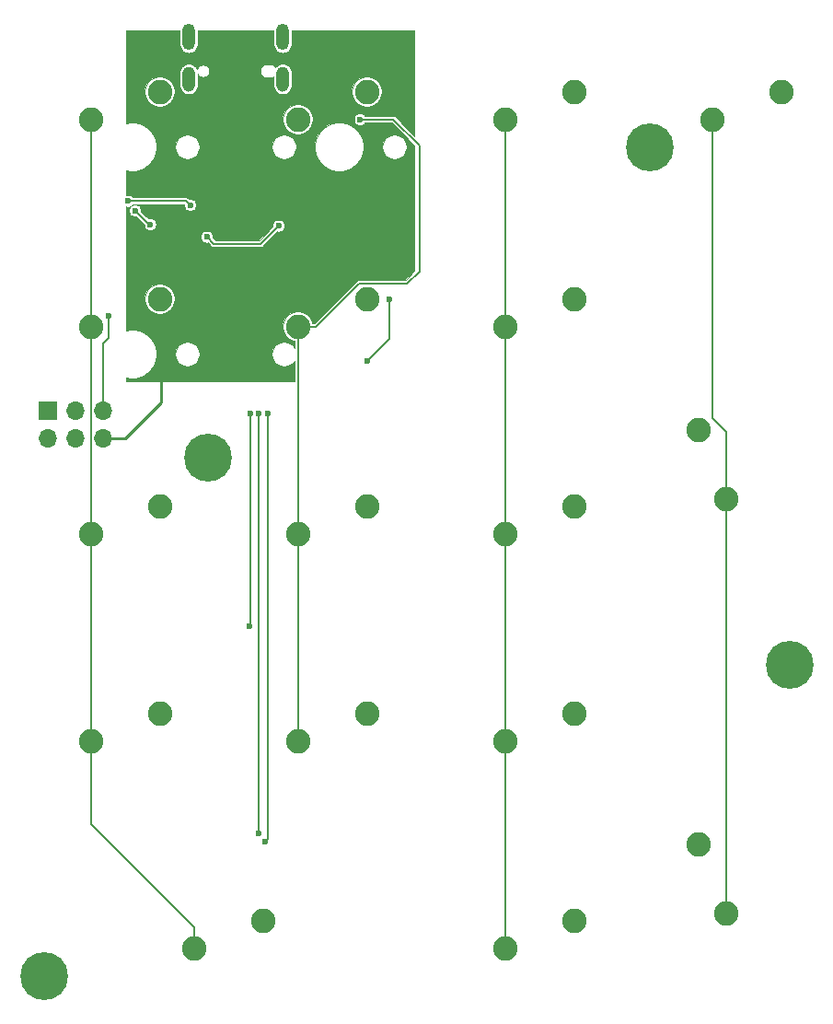
<source format=gtl>
G04 #@! TF.GenerationSoftware,KiCad,Pcbnew,(5.1.4-0-10_14)*
G04 #@! TF.CreationDate,2020-10-24T19:39:48+11:00*
G04 #@! TF.ProjectId,Numpad,4e756d70-6164-42e6-9b69-6361645f7063,rev?*
G04 #@! TF.SameCoordinates,Original*
G04 #@! TF.FileFunction,Copper,L1,Top*
G04 #@! TF.FilePolarity,Positive*
%FSLAX46Y46*%
G04 Gerber Fmt 4.6, Leading zero omitted, Abs format (unit mm)*
G04 Created by KiCad (PCBNEW (5.1.4-0-10_14)) date 2020-10-24 19:39:48*
%MOMM*%
%LPD*%
G04 APERTURE LIST*
%ADD10C,4.400000*%
%ADD11O,1.200000X2.400000*%
%ADD12O,1.158000X2.316000*%
%ADD13O,1.700000X1.700000*%
%ADD14R,1.700000X1.700000*%
%ADD15C,2.250000*%
%ADD16C,0.600000*%
%ADD17C,0.127000*%
%ADD18C,0.254000*%
%ADD19C,0.100000*%
G04 APERTURE END LIST*
D10*
X152527000Y-101600000D03*
X83947000Y-130175000D03*
X139700000Y-53975000D03*
X99060000Y-82550000D03*
D11*
X105920000Y-43890000D03*
X97280000Y-43890000D03*
D12*
X105920000Y-47715000D03*
X97280000Y-47715000D03*
D13*
X89408000Y-80772000D03*
X89408000Y-78232000D03*
X86868000Y-80772000D03*
X86868000Y-78232000D03*
X84328000Y-80772000D03*
D14*
X84328000Y-78232000D03*
D15*
X113665000Y-67945000D03*
X107315000Y-70485000D03*
X94615000Y-48895000D03*
X88265000Y-51435000D03*
X113665000Y-48895000D03*
X107315000Y-51435000D03*
X132715000Y-125095000D03*
X126365000Y-127635000D03*
X104140000Y-125095000D03*
X97790000Y-127635000D03*
X144145000Y-118110000D03*
X146685000Y-124460000D03*
X132715000Y-106045000D03*
X126365000Y-108585000D03*
X113665000Y-106045000D03*
X107315000Y-108585000D03*
X94615000Y-106045000D03*
X88265000Y-108585000D03*
X132715000Y-86995000D03*
X126365000Y-89535000D03*
X113665000Y-86995000D03*
X107315000Y-89535000D03*
X94615000Y-86995000D03*
X88265000Y-89535000D03*
X144145000Y-80010000D03*
X146685000Y-86360000D03*
X132715000Y-67945000D03*
X126365000Y-70485000D03*
X94615000Y-67945000D03*
X88265000Y-70485000D03*
X151765000Y-48895000D03*
X145415000Y-51435000D03*
X132715000Y-48895000D03*
X126365000Y-51435000D03*
D16*
X98933000Y-62230000D03*
X105537000Y-61214000D03*
X91694000Y-58928000D03*
X97409000Y-59309000D03*
X113665000Y-73660000D03*
X115697000Y-67945000D03*
X102933500Y-78486000D03*
X102869998Y-98043000D03*
X103695500Y-117094000D03*
X103733600Y-78486000D03*
X104330500Y-117856000D03*
X104546400Y-78486000D03*
X113030004Y-51435000D03*
X107569000Y-63754000D03*
X110998000Y-59817000D03*
X116205000Y-59817000D03*
X116205000Y-65532000D03*
X110998000Y-65532000D03*
X116205000Y-62484000D03*
X110998000Y-62484000D03*
X91948000Y-66929000D03*
X108839000Y-57404000D03*
X108839000Y-58928000D03*
X109601000Y-63754000D03*
X101219000Y-74041000D03*
X101346000Y-62103000D03*
X91948000Y-69088000D03*
X104902000Y-50927000D03*
X98171000Y-49149000D03*
X100584000Y-52705000D03*
X100584000Y-57150002D03*
X101473000Y-54610000D03*
X92329000Y-59817004D03*
X89916000Y-69469000D03*
X93726000Y-61086992D03*
D17*
X103886000Y-62865000D02*
X105537000Y-61214000D01*
X99568000Y-62865000D02*
X103886000Y-62865000D01*
X98933000Y-62230000D02*
X99568000Y-62865000D01*
X91694000Y-58928000D02*
X97028000Y-58928000D01*
X97028000Y-58928000D02*
X97409000Y-59309000D01*
X115697000Y-71628000D02*
X113665000Y-73660000D01*
X115697000Y-67945000D02*
X115697000Y-71628000D01*
X102933500Y-97979498D02*
X102869998Y-98043000D01*
X102933500Y-78486000D02*
X102933500Y-97979498D01*
X103695484Y-117093984D02*
X103695500Y-117094000D01*
X103695500Y-78524100D02*
X103733600Y-78486000D01*
X103695500Y-117094000D02*
X103695500Y-78524100D01*
X104546400Y-117640100D02*
X104330500Y-117856000D01*
X104546400Y-78486000D02*
X104546400Y-117640100D01*
X88265000Y-51435000D02*
X88265000Y-70485000D01*
X88265000Y-70485000D02*
X88265000Y-89535000D01*
X88265000Y-89535000D02*
X88265000Y-108585000D01*
X88265000Y-108585000D02*
X88265000Y-116205000D01*
X97790000Y-125730000D02*
X97790000Y-127635000D01*
X88265000Y-116205000D02*
X97790000Y-125730000D01*
X107315000Y-70485000D02*
X107315000Y-89535000D01*
X107315000Y-89535000D02*
X107315000Y-108585000D01*
X116078000Y-51435000D02*
X113030004Y-51435000D01*
X118491000Y-53848000D02*
X116078000Y-51435000D01*
X117348000Y-66548000D02*
X118491000Y-65405000D01*
X112903000Y-66548000D02*
X117348000Y-66548000D01*
X108966000Y-70485000D02*
X112903000Y-66548000D01*
X118491000Y-65405000D02*
X118491000Y-53848000D01*
X108966000Y-70485000D02*
X107315000Y-70485000D01*
X126365000Y-51435000D02*
X126365000Y-70485000D01*
X126365000Y-70485000D02*
X126365000Y-89535000D01*
X126365000Y-108585000D02*
X126365000Y-89535000D01*
X126365000Y-108585000D02*
X126365000Y-127635000D01*
X146685000Y-80137000D02*
X146685000Y-86360000D01*
X145415000Y-78867000D02*
X146685000Y-80137000D01*
X145415000Y-51435000D02*
X145415000Y-78867000D01*
X146685000Y-124460000D02*
X146685000Y-86360000D01*
D18*
X89408000Y-80772000D02*
X91440000Y-80772000D01*
X91440000Y-80772000D02*
X94742000Y-77470000D01*
X94742000Y-77470000D02*
X94742000Y-74676000D01*
X91948000Y-66929000D02*
X91948000Y-69088000D01*
D17*
X89408000Y-78232000D02*
X89408000Y-72009000D01*
X89916000Y-71501000D02*
X89916000Y-69469000D01*
X89408000Y-72009000D02*
X89916000Y-71501000D01*
X93598988Y-61086992D02*
X93726000Y-61086992D01*
X92329000Y-59817004D02*
X93598988Y-61086992D01*
D19*
G36*
X96430000Y-43248252D02*
G01*
X96430001Y-44531749D01*
X96442301Y-44656629D01*
X96490904Y-44816855D01*
X96569833Y-44964519D01*
X96676053Y-45093948D01*
X96805482Y-45200168D01*
X96953146Y-45279097D01*
X97113372Y-45327700D01*
X97280000Y-45344112D01*
X97446629Y-45327700D01*
X97606855Y-45279097D01*
X97754519Y-45200168D01*
X97883948Y-45093948D01*
X97990168Y-44964519D01*
X98069097Y-44816855D01*
X98117700Y-44656629D01*
X98130000Y-44531749D01*
X98130000Y-43248251D01*
X98128202Y-43230000D01*
X105071798Y-43230000D01*
X105070000Y-43248252D01*
X105070001Y-44531749D01*
X105082301Y-44656629D01*
X105130904Y-44816855D01*
X105209833Y-44964519D01*
X105316053Y-45093948D01*
X105445482Y-45200168D01*
X105593146Y-45279097D01*
X105753372Y-45327700D01*
X105920000Y-45344112D01*
X106086629Y-45327700D01*
X106246855Y-45279097D01*
X106394519Y-45200168D01*
X106523948Y-45093948D01*
X106630168Y-44964519D01*
X106709097Y-44816855D01*
X106757700Y-44656629D01*
X106770000Y-44531749D01*
X106770000Y-43248251D01*
X106768202Y-43230000D01*
X118060000Y-43230000D01*
X118060000Y-52973644D01*
X116310567Y-51224212D01*
X116300750Y-51212250D01*
X116253014Y-51173074D01*
X116198551Y-51143963D01*
X116139457Y-51126037D01*
X116093392Y-51121500D01*
X116078000Y-51119984D01*
X116062608Y-51121500D01*
X113482009Y-51121500D01*
X113457217Y-51084396D01*
X113380608Y-51007787D01*
X113290527Y-50947597D01*
X113190433Y-50906136D01*
X113084174Y-50885000D01*
X112975834Y-50885000D01*
X112869575Y-50906136D01*
X112769481Y-50947597D01*
X112679400Y-51007787D01*
X112602791Y-51084396D01*
X112542601Y-51174477D01*
X112501140Y-51274571D01*
X112480004Y-51380830D01*
X112480004Y-51489170D01*
X112501140Y-51595429D01*
X112542601Y-51695523D01*
X112602791Y-51785604D01*
X112679400Y-51862213D01*
X112769481Y-51922403D01*
X112869575Y-51963864D01*
X112975834Y-51985000D01*
X113084174Y-51985000D01*
X113190433Y-51963864D01*
X113290527Y-51922403D01*
X113380608Y-51862213D01*
X113457217Y-51785604D01*
X113482009Y-51748500D01*
X115948145Y-51748500D01*
X118060000Y-53860356D01*
X118060000Y-65392644D01*
X117218145Y-66234500D01*
X112918392Y-66234500D01*
X112903000Y-66232984D01*
X112887608Y-66234500D01*
X112841543Y-66239037D01*
X112782449Y-66256963D01*
X112727986Y-66286074D01*
X112680250Y-66325250D01*
X112670438Y-66337206D01*
X108836145Y-70171500D01*
X108654579Y-70171500D01*
X108637159Y-70083927D01*
X108533509Y-69833693D01*
X108383032Y-69608489D01*
X108191511Y-69416968D01*
X107966307Y-69266491D01*
X107716073Y-69162841D01*
X107450426Y-69110000D01*
X107179574Y-69110000D01*
X106913927Y-69162841D01*
X106663693Y-69266491D01*
X106438489Y-69416968D01*
X106246968Y-69608489D01*
X106096491Y-69833693D01*
X105992841Y-70083927D01*
X105940000Y-70349574D01*
X105940000Y-70620426D01*
X105992841Y-70886073D01*
X106096491Y-71136307D01*
X106246968Y-71361511D01*
X106438489Y-71553032D01*
X106663693Y-71703509D01*
X106913927Y-71807159D01*
X107001500Y-71824579D01*
X107001500Y-72431558D01*
X106918844Y-72307855D01*
X106762145Y-72151156D01*
X106577887Y-72028038D01*
X106373150Y-71943233D01*
X106155803Y-71900000D01*
X105934197Y-71900000D01*
X105716850Y-71943233D01*
X105512113Y-72028038D01*
X105327855Y-72151156D01*
X105171156Y-72307855D01*
X105048038Y-72492113D01*
X104963233Y-72696850D01*
X104920000Y-72914197D01*
X104920000Y-73135803D01*
X104963233Y-73353150D01*
X105048038Y-73557887D01*
X105171156Y-73742145D01*
X105327855Y-73898844D01*
X105512113Y-74021962D01*
X105716850Y-74106767D01*
X105934197Y-74150000D01*
X106155803Y-74150000D01*
X106373150Y-74106767D01*
X106577887Y-74021962D01*
X106762145Y-73898844D01*
X106918844Y-73742145D01*
X107001500Y-73618442D01*
X107001500Y-75515000D01*
X91490000Y-75515000D01*
X91490000Y-75196497D01*
X91853995Y-75268900D01*
X92296005Y-75268900D01*
X92729521Y-75182668D01*
X93137885Y-75013518D01*
X93505403Y-74767951D01*
X93817951Y-74455403D01*
X94063518Y-74087885D01*
X94232668Y-73679521D01*
X94318900Y-73246005D01*
X94318900Y-72914197D01*
X96030000Y-72914197D01*
X96030000Y-73135803D01*
X96073233Y-73353150D01*
X96158038Y-73557887D01*
X96281156Y-73742145D01*
X96437855Y-73898844D01*
X96622113Y-74021962D01*
X96826850Y-74106767D01*
X97044197Y-74150000D01*
X97265803Y-74150000D01*
X97483150Y-74106767D01*
X97687887Y-74021962D01*
X97872145Y-73898844D01*
X98028844Y-73742145D01*
X98151962Y-73557887D01*
X98236767Y-73353150D01*
X98280000Y-73135803D01*
X98280000Y-72914197D01*
X98236767Y-72696850D01*
X98151962Y-72492113D01*
X98028844Y-72307855D01*
X97872145Y-72151156D01*
X97687887Y-72028038D01*
X97483150Y-71943233D01*
X97265803Y-71900000D01*
X97044197Y-71900000D01*
X96826850Y-71943233D01*
X96622113Y-72028038D01*
X96437855Y-72151156D01*
X96281156Y-72307855D01*
X96158038Y-72492113D01*
X96073233Y-72696850D01*
X96030000Y-72914197D01*
X94318900Y-72914197D01*
X94318900Y-72803995D01*
X94232668Y-72370479D01*
X94063518Y-71962115D01*
X93817951Y-71594597D01*
X93505403Y-71282049D01*
X93137885Y-71036482D01*
X92729521Y-70867332D01*
X92296005Y-70781100D01*
X91853995Y-70781100D01*
X91490000Y-70853503D01*
X91490000Y-67809574D01*
X93240000Y-67809574D01*
X93240000Y-68080426D01*
X93292841Y-68346073D01*
X93396491Y-68596307D01*
X93546968Y-68821511D01*
X93738489Y-69013032D01*
X93963693Y-69163509D01*
X94213927Y-69267159D01*
X94479574Y-69320000D01*
X94750426Y-69320000D01*
X95016073Y-69267159D01*
X95266307Y-69163509D01*
X95491511Y-69013032D01*
X95683032Y-68821511D01*
X95833509Y-68596307D01*
X95937159Y-68346073D01*
X95990000Y-68080426D01*
X95990000Y-67809574D01*
X95937159Y-67543927D01*
X95833509Y-67293693D01*
X95683032Y-67068489D01*
X95491511Y-66876968D01*
X95266307Y-66726491D01*
X95016073Y-66622841D01*
X94750426Y-66570000D01*
X94479574Y-66570000D01*
X94213927Y-66622841D01*
X93963693Y-66726491D01*
X93738489Y-66876968D01*
X93546968Y-67068489D01*
X93396491Y-67293693D01*
X93292841Y-67543927D01*
X93240000Y-67809574D01*
X91490000Y-67809574D01*
X91490000Y-62175830D01*
X98383000Y-62175830D01*
X98383000Y-62284170D01*
X98404136Y-62390429D01*
X98445597Y-62490523D01*
X98505787Y-62580604D01*
X98582396Y-62657213D01*
X98672477Y-62717403D01*
X98772571Y-62758864D01*
X98878830Y-62780000D01*
X98987170Y-62780000D01*
X99030938Y-62771294D01*
X99335438Y-63075794D01*
X99345250Y-63087750D01*
X99392986Y-63126926D01*
X99447449Y-63156037D01*
X99506543Y-63173963D01*
X99552608Y-63178500D01*
X99568000Y-63180016D01*
X99583392Y-63178500D01*
X103870608Y-63178500D01*
X103886000Y-63180016D01*
X103901392Y-63178500D01*
X103947457Y-63173963D01*
X104006551Y-63156037D01*
X104061014Y-63126926D01*
X104108750Y-63087750D01*
X104118567Y-63075788D01*
X105439062Y-61755294D01*
X105482830Y-61764000D01*
X105591170Y-61764000D01*
X105697429Y-61742864D01*
X105797523Y-61701403D01*
X105887604Y-61641213D01*
X105964213Y-61564604D01*
X106024403Y-61474523D01*
X106065864Y-61374429D01*
X106087000Y-61268170D01*
X106087000Y-61159830D01*
X106065864Y-61053571D01*
X106024403Y-60953477D01*
X105964213Y-60863396D01*
X105887604Y-60786787D01*
X105797523Y-60726597D01*
X105697429Y-60685136D01*
X105591170Y-60664000D01*
X105482830Y-60664000D01*
X105376571Y-60685136D01*
X105276477Y-60726597D01*
X105186396Y-60786787D01*
X105109787Y-60863396D01*
X105049597Y-60953477D01*
X105008136Y-61053571D01*
X104987000Y-61159830D01*
X104987000Y-61268170D01*
X104995706Y-61311938D01*
X103756145Y-62551500D01*
X99697856Y-62551500D01*
X99474294Y-62327938D01*
X99483000Y-62284170D01*
X99483000Y-62175830D01*
X99461864Y-62069571D01*
X99420403Y-61969477D01*
X99360213Y-61879396D01*
X99283604Y-61802787D01*
X99193523Y-61742597D01*
X99093429Y-61701136D01*
X98987170Y-61680000D01*
X98878830Y-61680000D01*
X98772571Y-61701136D01*
X98672477Y-61742597D01*
X98582396Y-61802787D01*
X98505787Y-61879396D01*
X98445597Y-61969477D01*
X98404136Y-62069571D01*
X98383000Y-62175830D01*
X91490000Y-62175830D01*
X91490000Y-59438816D01*
X91533571Y-59456864D01*
X91639830Y-59478000D01*
X91748170Y-59478000D01*
X91854429Y-59456864D01*
X91951554Y-59416633D01*
X91901787Y-59466400D01*
X91841597Y-59556481D01*
X91800136Y-59656575D01*
X91779000Y-59762834D01*
X91779000Y-59871174D01*
X91800136Y-59977433D01*
X91841597Y-60077527D01*
X91901787Y-60167608D01*
X91978396Y-60244217D01*
X92068477Y-60304407D01*
X92168571Y-60345868D01*
X92274830Y-60367004D01*
X92383170Y-60367004D01*
X92426939Y-60358298D01*
X93176000Y-61107360D01*
X93176000Y-61141162D01*
X93197136Y-61247421D01*
X93238597Y-61347515D01*
X93298787Y-61437596D01*
X93375396Y-61514205D01*
X93465477Y-61574395D01*
X93565571Y-61615856D01*
X93671830Y-61636992D01*
X93780170Y-61636992D01*
X93886429Y-61615856D01*
X93986523Y-61574395D01*
X94076604Y-61514205D01*
X94153213Y-61437596D01*
X94213403Y-61347515D01*
X94254864Y-61247421D01*
X94276000Y-61141162D01*
X94276000Y-61032822D01*
X94254864Y-60926563D01*
X94213403Y-60826469D01*
X94153213Y-60736388D01*
X94076604Y-60659779D01*
X93986523Y-60599589D01*
X93886429Y-60558128D01*
X93780170Y-60536992D01*
X93671830Y-60536992D01*
X93565571Y-60558128D01*
X93528737Y-60573385D01*
X92870294Y-59914943D01*
X92879000Y-59871174D01*
X92879000Y-59762834D01*
X92857864Y-59656575D01*
X92816403Y-59556481D01*
X92756213Y-59466400D01*
X92679604Y-59389791D01*
X92589523Y-59329601D01*
X92489429Y-59288140D01*
X92383170Y-59267004D01*
X92274830Y-59267004D01*
X92168571Y-59288140D01*
X92071446Y-59328371D01*
X92121213Y-59278604D01*
X92146005Y-59241500D01*
X96861651Y-59241500D01*
X96859000Y-59254830D01*
X96859000Y-59363170D01*
X96880136Y-59469429D01*
X96921597Y-59569523D01*
X96981787Y-59659604D01*
X97058396Y-59736213D01*
X97148477Y-59796403D01*
X97248571Y-59837864D01*
X97354830Y-59859000D01*
X97463170Y-59859000D01*
X97569429Y-59837864D01*
X97669523Y-59796403D01*
X97759604Y-59736213D01*
X97836213Y-59659604D01*
X97896403Y-59569523D01*
X97937864Y-59469429D01*
X97959000Y-59363170D01*
X97959000Y-59254830D01*
X97937864Y-59148571D01*
X97896403Y-59048477D01*
X97836213Y-58958396D01*
X97759604Y-58881787D01*
X97669523Y-58821597D01*
X97569429Y-58780136D01*
X97463170Y-58759000D01*
X97354830Y-58759000D01*
X97311061Y-58767706D01*
X97260567Y-58717212D01*
X97250750Y-58705250D01*
X97203014Y-58666074D01*
X97148551Y-58636963D01*
X97089457Y-58619037D01*
X97043392Y-58614500D01*
X97028000Y-58612984D01*
X97012608Y-58614500D01*
X92146005Y-58614500D01*
X92121213Y-58577396D01*
X92044604Y-58500787D01*
X91954523Y-58440597D01*
X91854429Y-58399136D01*
X91748170Y-58378000D01*
X91639830Y-58378000D01*
X91533571Y-58399136D01*
X91490000Y-58417184D01*
X91490000Y-56146497D01*
X91853995Y-56218900D01*
X92296005Y-56218900D01*
X92729521Y-56132668D01*
X93137885Y-55963518D01*
X93505403Y-55717951D01*
X93817951Y-55405403D01*
X94063518Y-55037885D01*
X94232668Y-54629521D01*
X94318900Y-54196005D01*
X94318900Y-53864197D01*
X96030000Y-53864197D01*
X96030000Y-54085803D01*
X96073233Y-54303150D01*
X96158038Y-54507887D01*
X96281156Y-54692145D01*
X96437855Y-54848844D01*
X96622113Y-54971962D01*
X96826850Y-55056767D01*
X97044197Y-55100000D01*
X97265803Y-55100000D01*
X97483150Y-55056767D01*
X97687887Y-54971962D01*
X97872145Y-54848844D01*
X98028844Y-54692145D01*
X98151962Y-54507887D01*
X98236767Y-54303150D01*
X98280000Y-54085803D01*
X98280000Y-53864197D01*
X104920000Y-53864197D01*
X104920000Y-54085803D01*
X104963233Y-54303150D01*
X105048038Y-54507887D01*
X105171156Y-54692145D01*
X105327855Y-54848844D01*
X105512113Y-54971962D01*
X105716850Y-55056767D01*
X105934197Y-55100000D01*
X106155803Y-55100000D01*
X106373150Y-55056767D01*
X106577887Y-54971962D01*
X106762145Y-54848844D01*
X106918844Y-54692145D01*
X107041962Y-54507887D01*
X107126767Y-54303150D01*
X107170000Y-54085803D01*
X107170000Y-53864197D01*
X107148080Y-53753995D01*
X108881100Y-53753995D01*
X108881100Y-54196005D01*
X108967332Y-54629521D01*
X109136482Y-55037885D01*
X109382049Y-55405403D01*
X109694597Y-55717951D01*
X110062115Y-55963518D01*
X110470479Y-56132668D01*
X110903995Y-56218900D01*
X111346005Y-56218900D01*
X111779521Y-56132668D01*
X112187885Y-55963518D01*
X112555403Y-55717951D01*
X112867951Y-55405403D01*
X113113518Y-55037885D01*
X113282668Y-54629521D01*
X113368900Y-54196005D01*
X113368900Y-53864197D01*
X115080000Y-53864197D01*
X115080000Y-54085803D01*
X115123233Y-54303150D01*
X115208038Y-54507887D01*
X115331156Y-54692145D01*
X115487855Y-54848844D01*
X115672113Y-54971962D01*
X115876850Y-55056767D01*
X116094197Y-55100000D01*
X116315803Y-55100000D01*
X116533150Y-55056767D01*
X116737887Y-54971962D01*
X116922145Y-54848844D01*
X117078844Y-54692145D01*
X117201962Y-54507887D01*
X117286767Y-54303150D01*
X117330000Y-54085803D01*
X117330000Y-53864197D01*
X117286767Y-53646850D01*
X117201962Y-53442113D01*
X117078844Y-53257855D01*
X116922145Y-53101156D01*
X116737887Y-52978038D01*
X116533150Y-52893233D01*
X116315803Y-52850000D01*
X116094197Y-52850000D01*
X115876850Y-52893233D01*
X115672113Y-52978038D01*
X115487855Y-53101156D01*
X115331156Y-53257855D01*
X115208038Y-53442113D01*
X115123233Y-53646850D01*
X115080000Y-53864197D01*
X113368900Y-53864197D01*
X113368900Y-53753995D01*
X113282668Y-53320479D01*
X113113518Y-52912115D01*
X112867951Y-52544597D01*
X112555403Y-52232049D01*
X112187885Y-51986482D01*
X111779521Y-51817332D01*
X111346005Y-51731100D01*
X110903995Y-51731100D01*
X110470479Y-51817332D01*
X110062115Y-51986482D01*
X109694597Y-52232049D01*
X109382049Y-52544597D01*
X109136482Y-52912115D01*
X108967332Y-53320479D01*
X108881100Y-53753995D01*
X107148080Y-53753995D01*
X107126767Y-53646850D01*
X107041962Y-53442113D01*
X106918844Y-53257855D01*
X106762145Y-53101156D01*
X106577887Y-52978038D01*
X106373150Y-52893233D01*
X106155803Y-52850000D01*
X105934197Y-52850000D01*
X105716850Y-52893233D01*
X105512113Y-52978038D01*
X105327855Y-53101156D01*
X105171156Y-53257855D01*
X105048038Y-53442113D01*
X104963233Y-53646850D01*
X104920000Y-53864197D01*
X98280000Y-53864197D01*
X98236767Y-53646850D01*
X98151962Y-53442113D01*
X98028844Y-53257855D01*
X97872145Y-53101156D01*
X97687887Y-52978038D01*
X97483150Y-52893233D01*
X97265803Y-52850000D01*
X97044197Y-52850000D01*
X96826850Y-52893233D01*
X96622113Y-52978038D01*
X96437855Y-53101156D01*
X96281156Y-53257855D01*
X96158038Y-53442113D01*
X96073233Y-53646850D01*
X96030000Y-53864197D01*
X94318900Y-53864197D01*
X94318900Y-53753995D01*
X94232668Y-53320479D01*
X94063518Y-52912115D01*
X93817951Y-52544597D01*
X93505403Y-52232049D01*
X93137885Y-51986482D01*
X92729521Y-51817332D01*
X92296005Y-51731100D01*
X91853995Y-51731100D01*
X91490000Y-51803503D01*
X91490000Y-51299574D01*
X105940000Y-51299574D01*
X105940000Y-51570426D01*
X105992841Y-51836073D01*
X106096491Y-52086307D01*
X106246968Y-52311511D01*
X106438489Y-52503032D01*
X106663693Y-52653509D01*
X106913927Y-52757159D01*
X107179574Y-52810000D01*
X107450426Y-52810000D01*
X107716073Y-52757159D01*
X107966307Y-52653509D01*
X108191511Y-52503032D01*
X108383032Y-52311511D01*
X108533509Y-52086307D01*
X108637159Y-51836073D01*
X108690000Y-51570426D01*
X108690000Y-51299574D01*
X108637159Y-51033927D01*
X108533509Y-50783693D01*
X108383032Y-50558489D01*
X108191511Y-50366968D01*
X107966307Y-50216491D01*
X107716073Y-50112841D01*
X107450426Y-50060000D01*
X107179574Y-50060000D01*
X106913927Y-50112841D01*
X106663693Y-50216491D01*
X106438489Y-50366968D01*
X106246968Y-50558489D01*
X106096491Y-50783693D01*
X105992841Y-51033927D01*
X105940000Y-51299574D01*
X91490000Y-51299574D01*
X91490000Y-48759574D01*
X93240000Y-48759574D01*
X93240000Y-49030426D01*
X93292841Y-49296073D01*
X93396491Y-49546307D01*
X93546968Y-49771511D01*
X93738489Y-49963032D01*
X93963693Y-50113509D01*
X94213927Y-50217159D01*
X94479574Y-50270000D01*
X94750426Y-50270000D01*
X95016073Y-50217159D01*
X95266307Y-50113509D01*
X95491511Y-49963032D01*
X95683032Y-49771511D01*
X95833509Y-49546307D01*
X95937159Y-49296073D01*
X95990000Y-49030426D01*
X95990000Y-48759574D01*
X95937159Y-48493927D01*
X95833509Y-48243693D01*
X95683032Y-48018489D01*
X95491511Y-47826968D01*
X95266307Y-47676491D01*
X95016073Y-47572841D01*
X94750426Y-47520000D01*
X94479574Y-47520000D01*
X94213927Y-47572841D01*
X93963693Y-47676491D01*
X93738489Y-47826968D01*
X93546968Y-48018489D01*
X93396491Y-48243693D01*
X93292841Y-48493927D01*
X93240000Y-48759574D01*
X91490000Y-48759574D01*
X91490000Y-47095277D01*
X96451000Y-47095277D01*
X96451001Y-48334724D01*
X96462996Y-48456512D01*
X96510399Y-48612780D01*
X96587378Y-48756796D01*
X96690973Y-48883028D01*
X96817205Y-48986623D01*
X96961221Y-49063602D01*
X97117489Y-49111005D01*
X97280000Y-49127011D01*
X97442512Y-49111005D01*
X97598780Y-49063602D01*
X97742796Y-48986623D01*
X97869028Y-48883028D01*
X97972623Y-48756796D01*
X98049602Y-48612780D01*
X98097005Y-48456512D01*
X98109000Y-48334724D01*
X98109000Y-47272140D01*
X98161136Y-47350167D01*
X98239833Y-47428864D01*
X98332372Y-47490697D01*
X98435196Y-47533288D01*
X98544352Y-47555000D01*
X98655648Y-47555000D01*
X98764804Y-47533288D01*
X98867628Y-47490697D01*
X98960167Y-47428864D01*
X99038864Y-47350167D01*
X99100697Y-47257628D01*
X99143288Y-47154804D01*
X99165000Y-47045648D01*
X99165000Y-46991091D01*
X103860002Y-46991091D01*
X103860010Y-46993290D01*
X103861334Y-47006303D01*
X103861242Y-47019388D01*
X103861651Y-47023557D01*
X103868077Y-47084698D01*
X103873547Y-47111347D01*
X103878639Y-47138042D01*
X103879850Y-47142052D01*
X103898029Y-47200779D01*
X103908573Y-47225863D01*
X103918751Y-47251054D01*
X103920716Y-47254749D01*
X103920718Y-47254754D01*
X103920721Y-47254758D01*
X103949958Y-47308832D01*
X103965174Y-47331392D01*
X103980051Y-47354127D01*
X103982691Y-47357364D01*
X103982697Y-47357372D01*
X103982704Y-47357379D01*
X104021886Y-47404742D01*
X104041196Y-47423918D01*
X104060206Y-47443330D01*
X104063422Y-47445990D01*
X104063430Y-47445998D01*
X104063438Y-47446004D01*
X104111075Y-47484855D01*
X104133731Y-47499907D01*
X104156154Y-47515261D01*
X104159839Y-47517254D01*
X104214120Y-47546116D01*
X104239303Y-47556496D01*
X104264251Y-47567189D01*
X104268252Y-47568428D01*
X104327105Y-47586197D01*
X104353784Y-47591479D01*
X104380376Y-47597132D01*
X104384538Y-47597569D01*
X104384542Y-47597569D01*
X104445725Y-47603568D01*
X104445727Y-47603568D01*
X104460267Y-47605000D01*
X104739733Y-47605000D01*
X104752480Y-47603745D01*
X104754388Y-47603758D01*
X104758557Y-47603349D01*
X104819698Y-47596923D01*
X104846347Y-47591453D01*
X104873042Y-47586361D01*
X104877052Y-47585150D01*
X104935779Y-47566971D01*
X104960863Y-47556427D01*
X104986054Y-47546249D01*
X104989749Y-47544284D01*
X104989754Y-47544282D01*
X104989758Y-47544279D01*
X105043832Y-47515042D01*
X105066392Y-47499826D01*
X105089127Y-47484949D01*
X105091000Y-47483421D01*
X105091001Y-48334724D01*
X105102996Y-48456512D01*
X105150399Y-48612780D01*
X105227378Y-48756796D01*
X105330973Y-48883028D01*
X105457205Y-48986623D01*
X105601221Y-49063602D01*
X105757489Y-49111005D01*
X105920000Y-49127011D01*
X106082512Y-49111005D01*
X106238780Y-49063602D01*
X106382796Y-48986623D01*
X106509028Y-48883028D01*
X106610343Y-48759574D01*
X112290000Y-48759574D01*
X112290000Y-49030426D01*
X112342841Y-49296073D01*
X112446491Y-49546307D01*
X112596968Y-49771511D01*
X112788489Y-49963032D01*
X113013693Y-50113509D01*
X113263927Y-50217159D01*
X113529574Y-50270000D01*
X113800426Y-50270000D01*
X114066073Y-50217159D01*
X114316307Y-50113509D01*
X114541511Y-49963032D01*
X114733032Y-49771511D01*
X114883509Y-49546307D01*
X114987159Y-49296073D01*
X115040000Y-49030426D01*
X115040000Y-48759574D01*
X114987159Y-48493927D01*
X114883509Y-48243693D01*
X114733032Y-48018489D01*
X114541511Y-47826968D01*
X114316307Y-47676491D01*
X114066073Y-47572841D01*
X113800426Y-47520000D01*
X113529574Y-47520000D01*
X113263927Y-47572841D01*
X113013693Y-47676491D01*
X112788489Y-47826968D01*
X112596968Y-48018489D01*
X112446491Y-48243693D01*
X112342841Y-48493927D01*
X112290000Y-48759574D01*
X106610343Y-48759574D01*
X106612623Y-48756796D01*
X106689602Y-48612780D01*
X106737005Y-48456512D01*
X106749000Y-48334724D01*
X106749000Y-47095276D01*
X106737005Y-46973488D01*
X106689602Y-46817220D01*
X106612623Y-46673204D01*
X106509028Y-46546972D01*
X106382795Y-46443377D01*
X106238779Y-46366398D01*
X106082511Y-46318995D01*
X105920000Y-46302989D01*
X105757488Y-46318995D01*
X105601220Y-46366398D01*
X105457204Y-46443377D01*
X105330972Y-46546972D01*
X105240572Y-46657127D01*
X105234826Y-46648608D01*
X105219949Y-46625873D01*
X105217309Y-46622636D01*
X105217303Y-46622628D01*
X105217296Y-46622621D01*
X105178114Y-46575258D01*
X105158802Y-46556080D01*
X105139794Y-46536669D01*
X105136566Y-46533999D01*
X105088924Y-46495145D01*
X105066280Y-46480100D01*
X105043845Y-46464738D01*
X105040160Y-46462746D01*
X105040157Y-46462744D01*
X105040154Y-46462743D01*
X104985880Y-46433884D01*
X104960709Y-46423509D01*
X104935749Y-46412811D01*
X104931748Y-46411572D01*
X104872895Y-46393803D01*
X104846209Y-46388519D01*
X104819624Y-46382868D01*
X104815462Y-46382431D01*
X104815458Y-46382431D01*
X104754274Y-46376432D01*
X104754273Y-46376432D01*
X104739733Y-46375000D01*
X104460267Y-46375000D01*
X104447521Y-46376255D01*
X104445613Y-46376242D01*
X104441444Y-46376651D01*
X104380302Y-46383077D01*
X104353623Y-46388553D01*
X104326958Y-46393640D01*
X104322953Y-46394849D01*
X104322949Y-46394850D01*
X104322946Y-46394851D01*
X104322947Y-46394851D01*
X104264221Y-46413029D01*
X104239137Y-46423573D01*
X104213946Y-46433751D01*
X104210247Y-46435717D01*
X104156168Y-46464958D01*
X104133608Y-46480174D01*
X104110873Y-46495051D01*
X104107636Y-46497691D01*
X104107628Y-46497697D01*
X104107621Y-46497704D01*
X104060258Y-46536886D01*
X104041101Y-46556177D01*
X104021669Y-46575206D01*
X104018999Y-46578434D01*
X103980145Y-46626076D01*
X103965100Y-46648720D01*
X103949738Y-46671155D01*
X103947746Y-46674840D01*
X103918884Y-46729120D01*
X103908509Y-46754291D01*
X103897811Y-46779251D01*
X103896572Y-46783252D01*
X103878803Y-46842105D01*
X103873519Y-46868791D01*
X103867868Y-46895376D01*
X103867431Y-46899542D01*
X103861432Y-46960726D01*
X103861432Y-46973852D01*
X103860016Y-46986902D01*
X103860002Y-46991091D01*
X99165000Y-46991091D01*
X99165000Y-46934352D01*
X99143288Y-46825196D01*
X99100697Y-46722372D01*
X99038864Y-46629833D01*
X98960167Y-46551136D01*
X98867628Y-46489303D01*
X98764804Y-46446712D01*
X98655648Y-46425000D01*
X98544352Y-46425000D01*
X98435196Y-46446712D01*
X98332372Y-46489303D01*
X98239833Y-46551136D01*
X98161136Y-46629833D01*
X98099303Y-46722372D01*
X98056712Y-46825196D01*
X98054854Y-46834535D01*
X98049602Y-46817220D01*
X97972623Y-46673204D01*
X97869028Y-46546972D01*
X97742795Y-46443377D01*
X97598779Y-46366398D01*
X97442511Y-46318995D01*
X97280000Y-46302989D01*
X97117488Y-46318995D01*
X96961220Y-46366398D01*
X96817204Y-46443377D01*
X96690972Y-46546972D01*
X96587377Y-46673205D01*
X96510398Y-46817221D01*
X96462995Y-46973489D01*
X96451000Y-47095277D01*
X91490000Y-47095277D01*
X91490000Y-43230000D01*
X96431798Y-43230000D01*
X96430000Y-43248252D01*
X96430000Y-43248252D01*
G37*
X96430000Y-43248252D02*
X96430001Y-44531749D01*
X96442301Y-44656629D01*
X96490904Y-44816855D01*
X96569833Y-44964519D01*
X96676053Y-45093948D01*
X96805482Y-45200168D01*
X96953146Y-45279097D01*
X97113372Y-45327700D01*
X97280000Y-45344112D01*
X97446629Y-45327700D01*
X97606855Y-45279097D01*
X97754519Y-45200168D01*
X97883948Y-45093948D01*
X97990168Y-44964519D01*
X98069097Y-44816855D01*
X98117700Y-44656629D01*
X98130000Y-44531749D01*
X98130000Y-43248251D01*
X98128202Y-43230000D01*
X105071798Y-43230000D01*
X105070000Y-43248252D01*
X105070001Y-44531749D01*
X105082301Y-44656629D01*
X105130904Y-44816855D01*
X105209833Y-44964519D01*
X105316053Y-45093948D01*
X105445482Y-45200168D01*
X105593146Y-45279097D01*
X105753372Y-45327700D01*
X105920000Y-45344112D01*
X106086629Y-45327700D01*
X106246855Y-45279097D01*
X106394519Y-45200168D01*
X106523948Y-45093948D01*
X106630168Y-44964519D01*
X106709097Y-44816855D01*
X106757700Y-44656629D01*
X106770000Y-44531749D01*
X106770000Y-43248251D01*
X106768202Y-43230000D01*
X118060000Y-43230000D01*
X118060000Y-52973644D01*
X116310567Y-51224212D01*
X116300750Y-51212250D01*
X116253014Y-51173074D01*
X116198551Y-51143963D01*
X116139457Y-51126037D01*
X116093392Y-51121500D01*
X116078000Y-51119984D01*
X116062608Y-51121500D01*
X113482009Y-51121500D01*
X113457217Y-51084396D01*
X113380608Y-51007787D01*
X113290527Y-50947597D01*
X113190433Y-50906136D01*
X113084174Y-50885000D01*
X112975834Y-50885000D01*
X112869575Y-50906136D01*
X112769481Y-50947597D01*
X112679400Y-51007787D01*
X112602791Y-51084396D01*
X112542601Y-51174477D01*
X112501140Y-51274571D01*
X112480004Y-51380830D01*
X112480004Y-51489170D01*
X112501140Y-51595429D01*
X112542601Y-51695523D01*
X112602791Y-51785604D01*
X112679400Y-51862213D01*
X112769481Y-51922403D01*
X112869575Y-51963864D01*
X112975834Y-51985000D01*
X113084174Y-51985000D01*
X113190433Y-51963864D01*
X113290527Y-51922403D01*
X113380608Y-51862213D01*
X113457217Y-51785604D01*
X113482009Y-51748500D01*
X115948145Y-51748500D01*
X118060000Y-53860356D01*
X118060000Y-65392644D01*
X117218145Y-66234500D01*
X112918392Y-66234500D01*
X112903000Y-66232984D01*
X112887608Y-66234500D01*
X112841543Y-66239037D01*
X112782449Y-66256963D01*
X112727986Y-66286074D01*
X112680250Y-66325250D01*
X112670438Y-66337206D01*
X108836145Y-70171500D01*
X108654579Y-70171500D01*
X108637159Y-70083927D01*
X108533509Y-69833693D01*
X108383032Y-69608489D01*
X108191511Y-69416968D01*
X107966307Y-69266491D01*
X107716073Y-69162841D01*
X107450426Y-69110000D01*
X107179574Y-69110000D01*
X106913927Y-69162841D01*
X106663693Y-69266491D01*
X106438489Y-69416968D01*
X106246968Y-69608489D01*
X106096491Y-69833693D01*
X105992841Y-70083927D01*
X105940000Y-70349574D01*
X105940000Y-70620426D01*
X105992841Y-70886073D01*
X106096491Y-71136307D01*
X106246968Y-71361511D01*
X106438489Y-71553032D01*
X106663693Y-71703509D01*
X106913927Y-71807159D01*
X107001500Y-71824579D01*
X107001500Y-72431558D01*
X106918844Y-72307855D01*
X106762145Y-72151156D01*
X106577887Y-72028038D01*
X106373150Y-71943233D01*
X106155803Y-71900000D01*
X105934197Y-71900000D01*
X105716850Y-71943233D01*
X105512113Y-72028038D01*
X105327855Y-72151156D01*
X105171156Y-72307855D01*
X105048038Y-72492113D01*
X104963233Y-72696850D01*
X104920000Y-72914197D01*
X104920000Y-73135803D01*
X104963233Y-73353150D01*
X105048038Y-73557887D01*
X105171156Y-73742145D01*
X105327855Y-73898844D01*
X105512113Y-74021962D01*
X105716850Y-74106767D01*
X105934197Y-74150000D01*
X106155803Y-74150000D01*
X106373150Y-74106767D01*
X106577887Y-74021962D01*
X106762145Y-73898844D01*
X106918844Y-73742145D01*
X107001500Y-73618442D01*
X107001500Y-75515000D01*
X91490000Y-75515000D01*
X91490000Y-75196497D01*
X91853995Y-75268900D01*
X92296005Y-75268900D01*
X92729521Y-75182668D01*
X93137885Y-75013518D01*
X93505403Y-74767951D01*
X93817951Y-74455403D01*
X94063518Y-74087885D01*
X94232668Y-73679521D01*
X94318900Y-73246005D01*
X94318900Y-72914197D01*
X96030000Y-72914197D01*
X96030000Y-73135803D01*
X96073233Y-73353150D01*
X96158038Y-73557887D01*
X96281156Y-73742145D01*
X96437855Y-73898844D01*
X96622113Y-74021962D01*
X96826850Y-74106767D01*
X97044197Y-74150000D01*
X97265803Y-74150000D01*
X97483150Y-74106767D01*
X97687887Y-74021962D01*
X97872145Y-73898844D01*
X98028844Y-73742145D01*
X98151962Y-73557887D01*
X98236767Y-73353150D01*
X98280000Y-73135803D01*
X98280000Y-72914197D01*
X98236767Y-72696850D01*
X98151962Y-72492113D01*
X98028844Y-72307855D01*
X97872145Y-72151156D01*
X97687887Y-72028038D01*
X97483150Y-71943233D01*
X97265803Y-71900000D01*
X97044197Y-71900000D01*
X96826850Y-71943233D01*
X96622113Y-72028038D01*
X96437855Y-72151156D01*
X96281156Y-72307855D01*
X96158038Y-72492113D01*
X96073233Y-72696850D01*
X96030000Y-72914197D01*
X94318900Y-72914197D01*
X94318900Y-72803995D01*
X94232668Y-72370479D01*
X94063518Y-71962115D01*
X93817951Y-71594597D01*
X93505403Y-71282049D01*
X93137885Y-71036482D01*
X92729521Y-70867332D01*
X92296005Y-70781100D01*
X91853995Y-70781100D01*
X91490000Y-70853503D01*
X91490000Y-67809574D01*
X93240000Y-67809574D01*
X93240000Y-68080426D01*
X93292841Y-68346073D01*
X93396491Y-68596307D01*
X93546968Y-68821511D01*
X93738489Y-69013032D01*
X93963693Y-69163509D01*
X94213927Y-69267159D01*
X94479574Y-69320000D01*
X94750426Y-69320000D01*
X95016073Y-69267159D01*
X95266307Y-69163509D01*
X95491511Y-69013032D01*
X95683032Y-68821511D01*
X95833509Y-68596307D01*
X95937159Y-68346073D01*
X95990000Y-68080426D01*
X95990000Y-67809574D01*
X95937159Y-67543927D01*
X95833509Y-67293693D01*
X95683032Y-67068489D01*
X95491511Y-66876968D01*
X95266307Y-66726491D01*
X95016073Y-66622841D01*
X94750426Y-66570000D01*
X94479574Y-66570000D01*
X94213927Y-66622841D01*
X93963693Y-66726491D01*
X93738489Y-66876968D01*
X93546968Y-67068489D01*
X93396491Y-67293693D01*
X93292841Y-67543927D01*
X93240000Y-67809574D01*
X91490000Y-67809574D01*
X91490000Y-62175830D01*
X98383000Y-62175830D01*
X98383000Y-62284170D01*
X98404136Y-62390429D01*
X98445597Y-62490523D01*
X98505787Y-62580604D01*
X98582396Y-62657213D01*
X98672477Y-62717403D01*
X98772571Y-62758864D01*
X98878830Y-62780000D01*
X98987170Y-62780000D01*
X99030938Y-62771294D01*
X99335438Y-63075794D01*
X99345250Y-63087750D01*
X99392986Y-63126926D01*
X99447449Y-63156037D01*
X99506543Y-63173963D01*
X99552608Y-63178500D01*
X99568000Y-63180016D01*
X99583392Y-63178500D01*
X103870608Y-63178500D01*
X103886000Y-63180016D01*
X103901392Y-63178500D01*
X103947457Y-63173963D01*
X104006551Y-63156037D01*
X104061014Y-63126926D01*
X104108750Y-63087750D01*
X104118567Y-63075788D01*
X105439062Y-61755294D01*
X105482830Y-61764000D01*
X105591170Y-61764000D01*
X105697429Y-61742864D01*
X105797523Y-61701403D01*
X105887604Y-61641213D01*
X105964213Y-61564604D01*
X106024403Y-61474523D01*
X106065864Y-61374429D01*
X106087000Y-61268170D01*
X106087000Y-61159830D01*
X106065864Y-61053571D01*
X106024403Y-60953477D01*
X105964213Y-60863396D01*
X105887604Y-60786787D01*
X105797523Y-60726597D01*
X105697429Y-60685136D01*
X105591170Y-60664000D01*
X105482830Y-60664000D01*
X105376571Y-60685136D01*
X105276477Y-60726597D01*
X105186396Y-60786787D01*
X105109787Y-60863396D01*
X105049597Y-60953477D01*
X105008136Y-61053571D01*
X104987000Y-61159830D01*
X104987000Y-61268170D01*
X104995706Y-61311938D01*
X103756145Y-62551500D01*
X99697856Y-62551500D01*
X99474294Y-62327938D01*
X99483000Y-62284170D01*
X99483000Y-62175830D01*
X99461864Y-62069571D01*
X99420403Y-61969477D01*
X99360213Y-61879396D01*
X99283604Y-61802787D01*
X99193523Y-61742597D01*
X99093429Y-61701136D01*
X98987170Y-61680000D01*
X98878830Y-61680000D01*
X98772571Y-61701136D01*
X98672477Y-61742597D01*
X98582396Y-61802787D01*
X98505787Y-61879396D01*
X98445597Y-61969477D01*
X98404136Y-62069571D01*
X98383000Y-62175830D01*
X91490000Y-62175830D01*
X91490000Y-59438816D01*
X91533571Y-59456864D01*
X91639830Y-59478000D01*
X91748170Y-59478000D01*
X91854429Y-59456864D01*
X91951554Y-59416633D01*
X91901787Y-59466400D01*
X91841597Y-59556481D01*
X91800136Y-59656575D01*
X91779000Y-59762834D01*
X91779000Y-59871174D01*
X91800136Y-59977433D01*
X91841597Y-60077527D01*
X91901787Y-60167608D01*
X91978396Y-60244217D01*
X92068477Y-60304407D01*
X92168571Y-60345868D01*
X92274830Y-60367004D01*
X92383170Y-60367004D01*
X92426939Y-60358298D01*
X93176000Y-61107360D01*
X93176000Y-61141162D01*
X93197136Y-61247421D01*
X93238597Y-61347515D01*
X93298787Y-61437596D01*
X93375396Y-61514205D01*
X93465477Y-61574395D01*
X93565571Y-61615856D01*
X93671830Y-61636992D01*
X93780170Y-61636992D01*
X93886429Y-61615856D01*
X93986523Y-61574395D01*
X94076604Y-61514205D01*
X94153213Y-61437596D01*
X94213403Y-61347515D01*
X94254864Y-61247421D01*
X94276000Y-61141162D01*
X94276000Y-61032822D01*
X94254864Y-60926563D01*
X94213403Y-60826469D01*
X94153213Y-60736388D01*
X94076604Y-60659779D01*
X93986523Y-60599589D01*
X93886429Y-60558128D01*
X93780170Y-60536992D01*
X93671830Y-60536992D01*
X93565571Y-60558128D01*
X93528737Y-60573385D01*
X92870294Y-59914943D01*
X92879000Y-59871174D01*
X92879000Y-59762834D01*
X92857864Y-59656575D01*
X92816403Y-59556481D01*
X92756213Y-59466400D01*
X92679604Y-59389791D01*
X92589523Y-59329601D01*
X92489429Y-59288140D01*
X92383170Y-59267004D01*
X92274830Y-59267004D01*
X92168571Y-59288140D01*
X92071446Y-59328371D01*
X92121213Y-59278604D01*
X92146005Y-59241500D01*
X96861651Y-59241500D01*
X96859000Y-59254830D01*
X96859000Y-59363170D01*
X96880136Y-59469429D01*
X96921597Y-59569523D01*
X96981787Y-59659604D01*
X97058396Y-59736213D01*
X97148477Y-59796403D01*
X97248571Y-59837864D01*
X97354830Y-59859000D01*
X97463170Y-59859000D01*
X97569429Y-59837864D01*
X97669523Y-59796403D01*
X97759604Y-59736213D01*
X97836213Y-59659604D01*
X97896403Y-59569523D01*
X97937864Y-59469429D01*
X97959000Y-59363170D01*
X97959000Y-59254830D01*
X97937864Y-59148571D01*
X97896403Y-59048477D01*
X97836213Y-58958396D01*
X97759604Y-58881787D01*
X97669523Y-58821597D01*
X97569429Y-58780136D01*
X97463170Y-58759000D01*
X97354830Y-58759000D01*
X97311061Y-58767706D01*
X97260567Y-58717212D01*
X97250750Y-58705250D01*
X97203014Y-58666074D01*
X97148551Y-58636963D01*
X97089457Y-58619037D01*
X97043392Y-58614500D01*
X97028000Y-58612984D01*
X97012608Y-58614500D01*
X92146005Y-58614500D01*
X92121213Y-58577396D01*
X92044604Y-58500787D01*
X91954523Y-58440597D01*
X91854429Y-58399136D01*
X91748170Y-58378000D01*
X91639830Y-58378000D01*
X91533571Y-58399136D01*
X91490000Y-58417184D01*
X91490000Y-56146497D01*
X91853995Y-56218900D01*
X92296005Y-56218900D01*
X92729521Y-56132668D01*
X93137885Y-55963518D01*
X93505403Y-55717951D01*
X93817951Y-55405403D01*
X94063518Y-55037885D01*
X94232668Y-54629521D01*
X94318900Y-54196005D01*
X94318900Y-53864197D01*
X96030000Y-53864197D01*
X96030000Y-54085803D01*
X96073233Y-54303150D01*
X96158038Y-54507887D01*
X96281156Y-54692145D01*
X96437855Y-54848844D01*
X96622113Y-54971962D01*
X96826850Y-55056767D01*
X97044197Y-55100000D01*
X97265803Y-55100000D01*
X97483150Y-55056767D01*
X97687887Y-54971962D01*
X97872145Y-54848844D01*
X98028844Y-54692145D01*
X98151962Y-54507887D01*
X98236767Y-54303150D01*
X98280000Y-54085803D01*
X98280000Y-53864197D01*
X104920000Y-53864197D01*
X104920000Y-54085803D01*
X104963233Y-54303150D01*
X105048038Y-54507887D01*
X105171156Y-54692145D01*
X105327855Y-54848844D01*
X105512113Y-54971962D01*
X105716850Y-55056767D01*
X105934197Y-55100000D01*
X106155803Y-55100000D01*
X106373150Y-55056767D01*
X106577887Y-54971962D01*
X106762145Y-54848844D01*
X106918844Y-54692145D01*
X107041962Y-54507887D01*
X107126767Y-54303150D01*
X107170000Y-54085803D01*
X107170000Y-53864197D01*
X107148080Y-53753995D01*
X108881100Y-53753995D01*
X108881100Y-54196005D01*
X108967332Y-54629521D01*
X109136482Y-55037885D01*
X109382049Y-55405403D01*
X109694597Y-55717951D01*
X110062115Y-55963518D01*
X110470479Y-56132668D01*
X110903995Y-56218900D01*
X111346005Y-56218900D01*
X111779521Y-56132668D01*
X112187885Y-55963518D01*
X112555403Y-55717951D01*
X112867951Y-55405403D01*
X113113518Y-55037885D01*
X113282668Y-54629521D01*
X113368900Y-54196005D01*
X113368900Y-53864197D01*
X115080000Y-53864197D01*
X115080000Y-54085803D01*
X115123233Y-54303150D01*
X115208038Y-54507887D01*
X115331156Y-54692145D01*
X115487855Y-54848844D01*
X115672113Y-54971962D01*
X115876850Y-55056767D01*
X116094197Y-55100000D01*
X116315803Y-55100000D01*
X116533150Y-55056767D01*
X116737887Y-54971962D01*
X116922145Y-54848844D01*
X117078844Y-54692145D01*
X117201962Y-54507887D01*
X117286767Y-54303150D01*
X117330000Y-54085803D01*
X117330000Y-53864197D01*
X117286767Y-53646850D01*
X117201962Y-53442113D01*
X117078844Y-53257855D01*
X116922145Y-53101156D01*
X116737887Y-52978038D01*
X116533150Y-52893233D01*
X116315803Y-52850000D01*
X116094197Y-52850000D01*
X115876850Y-52893233D01*
X115672113Y-52978038D01*
X115487855Y-53101156D01*
X115331156Y-53257855D01*
X115208038Y-53442113D01*
X115123233Y-53646850D01*
X115080000Y-53864197D01*
X113368900Y-53864197D01*
X113368900Y-53753995D01*
X113282668Y-53320479D01*
X113113518Y-52912115D01*
X112867951Y-52544597D01*
X112555403Y-52232049D01*
X112187885Y-51986482D01*
X111779521Y-51817332D01*
X111346005Y-51731100D01*
X110903995Y-51731100D01*
X110470479Y-51817332D01*
X110062115Y-51986482D01*
X109694597Y-52232049D01*
X109382049Y-52544597D01*
X109136482Y-52912115D01*
X108967332Y-53320479D01*
X108881100Y-53753995D01*
X107148080Y-53753995D01*
X107126767Y-53646850D01*
X107041962Y-53442113D01*
X106918844Y-53257855D01*
X106762145Y-53101156D01*
X106577887Y-52978038D01*
X106373150Y-52893233D01*
X106155803Y-52850000D01*
X105934197Y-52850000D01*
X105716850Y-52893233D01*
X105512113Y-52978038D01*
X105327855Y-53101156D01*
X105171156Y-53257855D01*
X105048038Y-53442113D01*
X104963233Y-53646850D01*
X104920000Y-53864197D01*
X98280000Y-53864197D01*
X98236767Y-53646850D01*
X98151962Y-53442113D01*
X98028844Y-53257855D01*
X97872145Y-53101156D01*
X97687887Y-52978038D01*
X97483150Y-52893233D01*
X97265803Y-52850000D01*
X97044197Y-52850000D01*
X96826850Y-52893233D01*
X96622113Y-52978038D01*
X96437855Y-53101156D01*
X96281156Y-53257855D01*
X96158038Y-53442113D01*
X96073233Y-53646850D01*
X96030000Y-53864197D01*
X94318900Y-53864197D01*
X94318900Y-53753995D01*
X94232668Y-53320479D01*
X94063518Y-52912115D01*
X93817951Y-52544597D01*
X93505403Y-52232049D01*
X93137885Y-51986482D01*
X92729521Y-51817332D01*
X92296005Y-51731100D01*
X91853995Y-51731100D01*
X91490000Y-51803503D01*
X91490000Y-51299574D01*
X105940000Y-51299574D01*
X105940000Y-51570426D01*
X105992841Y-51836073D01*
X106096491Y-52086307D01*
X106246968Y-52311511D01*
X106438489Y-52503032D01*
X106663693Y-52653509D01*
X106913927Y-52757159D01*
X107179574Y-52810000D01*
X107450426Y-52810000D01*
X107716073Y-52757159D01*
X107966307Y-52653509D01*
X108191511Y-52503032D01*
X108383032Y-52311511D01*
X108533509Y-52086307D01*
X108637159Y-51836073D01*
X108690000Y-51570426D01*
X108690000Y-51299574D01*
X108637159Y-51033927D01*
X108533509Y-50783693D01*
X108383032Y-50558489D01*
X108191511Y-50366968D01*
X107966307Y-50216491D01*
X107716073Y-50112841D01*
X107450426Y-50060000D01*
X107179574Y-50060000D01*
X106913927Y-50112841D01*
X106663693Y-50216491D01*
X106438489Y-50366968D01*
X106246968Y-50558489D01*
X106096491Y-50783693D01*
X105992841Y-51033927D01*
X105940000Y-51299574D01*
X91490000Y-51299574D01*
X91490000Y-48759574D01*
X93240000Y-48759574D01*
X93240000Y-49030426D01*
X93292841Y-49296073D01*
X93396491Y-49546307D01*
X93546968Y-49771511D01*
X93738489Y-49963032D01*
X93963693Y-50113509D01*
X94213927Y-50217159D01*
X94479574Y-50270000D01*
X94750426Y-50270000D01*
X95016073Y-50217159D01*
X95266307Y-50113509D01*
X95491511Y-49963032D01*
X95683032Y-49771511D01*
X95833509Y-49546307D01*
X95937159Y-49296073D01*
X95990000Y-49030426D01*
X95990000Y-48759574D01*
X95937159Y-48493927D01*
X95833509Y-48243693D01*
X95683032Y-48018489D01*
X95491511Y-47826968D01*
X95266307Y-47676491D01*
X95016073Y-47572841D01*
X94750426Y-47520000D01*
X94479574Y-47520000D01*
X94213927Y-47572841D01*
X93963693Y-47676491D01*
X93738489Y-47826968D01*
X93546968Y-48018489D01*
X93396491Y-48243693D01*
X93292841Y-48493927D01*
X93240000Y-48759574D01*
X91490000Y-48759574D01*
X91490000Y-47095277D01*
X96451000Y-47095277D01*
X96451001Y-48334724D01*
X96462996Y-48456512D01*
X96510399Y-48612780D01*
X96587378Y-48756796D01*
X96690973Y-48883028D01*
X96817205Y-48986623D01*
X96961221Y-49063602D01*
X97117489Y-49111005D01*
X97280000Y-49127011D01*
X97442512Y-49111005D01*
X97598780Y-49063602D01*
X97742796Y-48986623D01*
X97869028Y-48883028D01*
X97972623Y-48756796D01*
X98049602Y-48612780D01*
X98097005Y-48456512D01*
X98109000Y-48334724D01*
X98109000Y-47272140D01*
X98161136Y-47350167D01*
X98239833Y-47428864D01*
X98332372Y-47490697D01*
X98435196Y-47533288D01*
X98544352Y-47555000D01*
X98655648Y-47555000D01*
X98764804Y-47533288D01*
X98867628Y-47490697D01*
X98960167Y-47428864D01*
X99038864Y-47350167D01*
X99100697Y-47257628D01*
X99143288Y-47154804D01*
X99165000Y-47045648D01*
X99165000Y-46991091D01*
X103860002Y-46991091D01*
X103860010Y-46993290D01*
X103861334Y-47006303D01*
X103861242Y-47019388D01*
X103861651Y-47023557D01*
X103868077Y-47084698D01*
X103873547Y-47111347D01*
X103878639Y-47138042D01*
X103879850Y-47142052D01*
X103898029Y-47200779D01*
X103908573Y-47225863D01*
X103918751Y-47251054D01*
X103920716Y-47254749D01*
X103920718Y-47254754D01*
X103920721Y-47254758D01*
X103949958Y-47308832D01*
X103965174Y-47331392D01*
X103980051Y-47354127D01*
X103982691Y-47357364D01*
X103982697Y-47357372D01*
X103982704Y-47357379D01*
X104021886Y-47404742D01*
X104041196Y-47423918D01*
X104060206Y-47443330D01*
X104063422Y-47445990D01*
X104063430Y-47445998D01*
X104063438Y-47446004D01*
X104111075Y-47484855D01*
X104133731Y-47499907D01*
X104156154Y-47515261D01*
X104159839Y-47517254D01*
X104214120Y-47546116D01*
X104239303Y-47556496D01*
X104264251Y-47567189D01*
X104268252Y-47568428D01*
X104327105Y-47586197D01*
X104353784Y-47591479D01*
X104380376Y-47597132D01*
X104384538Y-47597569D01*
X104384542Y-47597569D01*
X104445725Y-47603568D01*
X104445727Y-47603568D01*
X104460267Y-47605000D01*
X104739733Y-47605000D01*
X104752480Y-47603745D01*
X104754388Y-47603758D01*
X104758557Y-47603349D01*
X104819698Y-47596923D01*
X104846347Y-47591453D01*
X104873042Y-47586361D01*
X104877052Y-47585150D01*
X104935779Y-47566971D01*
X104960863Y-47556427D01*
X104986054Y-47546249D01*
X104989749Y-47544284D01*
X104989754Y-47544282D01*
X104989758Y-47544279D01*
X105043832Y-47515042D01*
X105066392Y-47499826D01*
X105089127Y-47484949D01*
X105091000Y-47483421D01*
X105091001Y-48334724D01*
X105102996Y-48456512D01*
X105150399Y-48612780D01*
X105227378Y-48756796D01*
X105330973Y-48883028D01*
X105457205Y-48986623D01*
X105601221Y-49063602D01*
X105757489Y-49111005D01*
X105920000Y-49127011D01*
X106082512Y-49111005D01*
X106238780Y-49063602D01*
X106382796Y-48986623D01*
X106509028Y-48883028D01*
X106610343Y-48759574D01*
X112290000Y-48759574D01*
X112290000Y-49030426D01*
X112342841Y-49296073D01*
X112446491Y-49546307D01*
X112596968Y-49771511D01*
X112788489Y-49963032D01*
X113013693Y-50113509D01*
X113263927Y-50217159D01*
X113529574Y-50270000D01*
X113800426Y-50270000D01*
X114066073Y-50217159D01*
X114316307Y-50113509D01*
X114541511Y-49963032D01*
X114733032Y-49771511D01*
X114883509Y-49546307D01*
X114987159Y-49296073D01*
X115040000Y-49030426D01*
X115040000Y-48759574D01*
X114987159Y-48493927D01*
X114883509Y-48243693D01*
X114733032Y-48018489D01*
X114541511Y-47826968D01*
X114316307Y-47676491D01*
X114066073Y-47572841D01*
X113800426Y-47520000D01*
X113529574Y-47520000D01*
X113263927Y-47572841D01*
X113013693Y-47676491D01*
X112788489Y-47826968D01*
X112596968Y-48018489D01*
X112446491Y-48243693D01*
X112342841Y-48493927D01*
X112290000Y-48759574D01*
X106610343Y-48759574D01*
X106612623Y-48756796D01*
X106689602Y-48612780D01*
X106737005Y-48456512D01*
X106749000Y-48334724D01*
X106749000Y-47095276D01*
X106737005Y-46973488D01*
X106689602Y-46817220D01*
X106612623Y-46673204D01*
X106509028Y-46546972D01*
X106382795Y-46443377D01*
X106238779Y-46366398D01*
X106082511Y-46318995D01*
X105920000Y-46302989D01*
X105757488Y-46318995D01*
X105601220Y-46366398D01*
X105457204Y-46443377D01*
X105330972Y-46546972D01*
X105240572Y-46657127D01*
X105234826Y-46648608D01*
X105219949Y-46625873D01*
X105217309Y-46622636D01*
X105217303Y-46622628D01*
X105217296Y-46622621D01*
X105178114Y-46575258D01*
X105158802Y-46556080D01*
X105139794Y-46536669D01*
X105136566Y-46533999D01*
X105088924Y-46495145D01*
X105066280Y-46480100D01*
X105043845Y-46464738D01*
X105040160Y-46462746D01*
X105040157Y-46462744D01*
X105040154Y-46462743D01*
X104985880Y-46433884D01*
X104960709Y-46423509D01*
X104935749Y-46412811D01*
X104931748Y-46411572D01*
X104872895Y-46393803D01*
X104846209Y-46388519D01*
X104819624Y-46382868D01*
X104815462Y-46382431D01*
X104815458Y-46382431D01*
X104754274Y-46376432D01*
X104754273Y-46376432D01*
X104739733Y-46375000D01*
X104460267Y-46375000D01*
X104447521Y-46376255D01*
X104445613Y-46376242D01*
X104441444Y-46376651D01*
X104380302Y-46383077D01*
X104353623Y-46388553D01*
X104326958Y-46393640D01*
X104322953Y-46394849D01*
X104322949Y-46394850D01*
X104322946Y-46394851D01*
X104322947Y-46394851D01*
X104264221Y-46413029D01*
X104239137Y-46423573D01*
X104213946Y-46433751D01*
X104210247Y-46435717D01*
X104156168Y-46464958D01*
X104133608Y-46480174D01*
X104110873Y-46495051D01*
X104107636Y-46497691D01*
X104107628Y-46497697D01*
X104107621Y-46497704D01*
X104060258Y-46536886D01*
X104041101Y-46556177D01*
X104021669Y-46575206D01*
X104018999Y-46578434D01*
X103980145Y-46626076D01*
X103965100Y-46648720D01*
X103949738Y-46671155D01*
X103947746Y-46674840D01*
X103918884Y-46729120D01*
X103908509Y-46754291D01*
X103897811Y-46779251D01*
X103896572Y-46783252D01*
X103878803Y-46842105D01*
X103873519Y-46868791D01*
X103867868Y-46895376D01*
X103867431Y-46899542D01*
X103861432Y-46960726D01*
X103861432Y-46973852D01*
X103860016Y-46986902D01*
X103860002Y-46991091D01*
X99165000Y-46991091D01*
X99165000Y-46934352D01*
X99143288Y-46825196D01*
X99100697Y-46722372D01*
X99038864Y-46629833D01*
X98960167Y-46551136D01*
X98867628Y-46489303D01*
X98764804Y-46446712D01*
X98655648Y-46425000D01*
X98544352Y-46425000D01*
X98435196Y-46446712D01*
X98332372Y-46489303D01*
X98239833Y-46551136D01*
X98161136Y-46629833D01*
X98099303Y-46722372D01*
X98056712Y-46825196D01*
X98054854Y-46834535D01*
X98049602Y-46817220D01*
X97972623Y-46673204D01*
X97869028Y-46546972D01*
X97742795Y-46443377D01*
X97598779Y-46366398D01*
X97442511Y-46318995D01*
X97280000Y-46302989D01*
X97117488Y-46318995D01*
X96961220Y-46366398D01*
X96817204Y-46443377D01*
X96690972Y-46546972D01*
X96587377Y-46673205D01*
X96510398Y-46817221D01*
X96462995Y-46973489D01*
X96451000Y-47095277D01*
X91490000Y-47095277D01*
X91490000Y-43230000D01*
X96431798Y-43230000D01*
X96430000Y-43248252D01*
M02*

</source>
